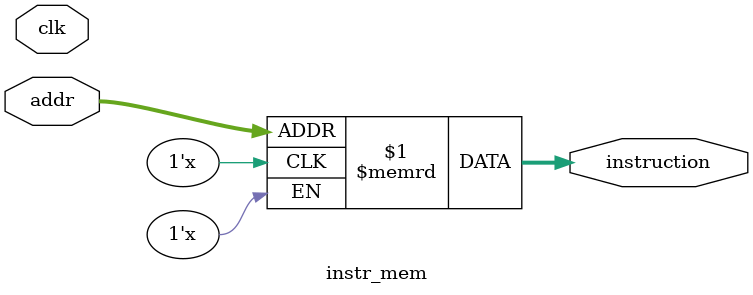
<source format=v>
`timescale 1ns / 1ps


module instr_mem(
        input [31:0] addr,
        input clk,
        output  [31:0]  instruction
        );        
reg [31:0] mem [255:0];  
 assign instruction = mem[addr];

endmodule


    
</source>
